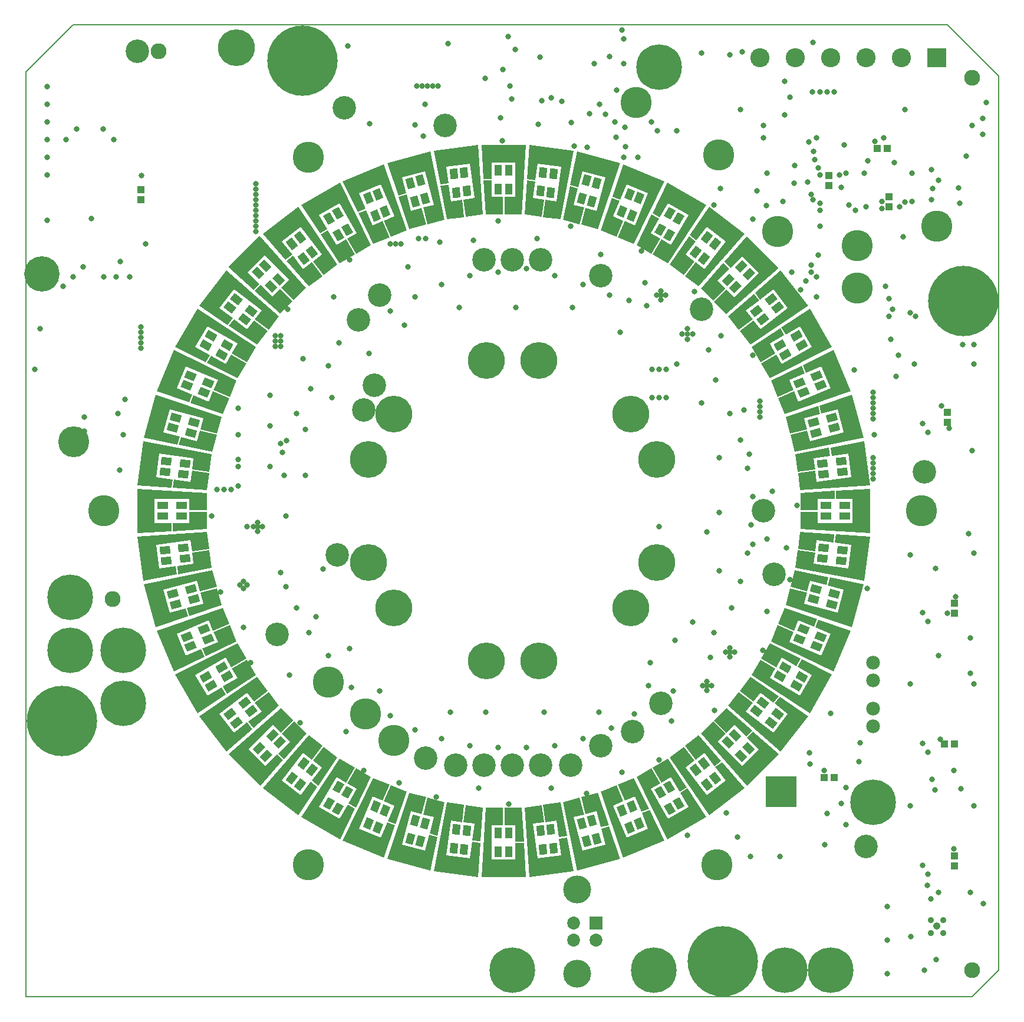
<source format=gbs>
%FSLAX23Y23*%
%MOIN*%
G70*
G01*
G75*
G04 Layer_Color=16711935*
%ADD10C,0.150*%
%ADD11R,0.050X0.055*%
%ADD12R,0.118X0.118*%
%ADD13R,0.010X0.041*%
%ADD14R,0.041X0.010*%
%ADD15R,0.094X0.071*%
%ADD16R,0.035X0.049*%
%ADD17R,0.055X0.022*%
%ADD18R,0.022X0.055*%
%ADD19R,0.049X0.035*%
%ADD20R,0.033X0.024*%
%ADD21R,0.047X0.024*%
%ADD22R,0.012X0.035*%
%ADD23R,0.025X0.050*%
%ADD24R,0.063X0.012*%
%ADD25R,0.012X0.063*%
%ADD26R,0.055X0.065*%
%ADD27R,0.055X0.050*%
%ADD28R,0.087X0.024*%
%ADD29R,0.065X0.055*%
%ADD30R,0.037X0.035*%
%ADD31R,0.089X0.024*%
%ADD32R,0.102X0.094*%
%ADD33R,0.100X0.100*%
%ADD34R,0.050X0.110*%
%ADD35C,0.050*%
%ADD36R,0.037X0.035*%
%ADD37R,0.087X0.024*%
%ADD38R,0.100X0.100*%
%ADD39R,0.217X0.079*%
%ADD40R,0.160X0.080*%
%ADD41R,0.450X0.450*%
%ADD42R,0.110X0.115*%
%ADD43R,0.410X0.425*%
%ADD44R,0.085X0.036*%
%ADD45R,0.217X0.280*%
%ADD46R,0.039X0.063*%
%ADD47R,0.059X0.051*%
%ADD48R,0.079X0.126*%
%ADD49R,0.079X0.126*%
%ADD50R,0.140X0.060*%
%ADD51R,0.330X0.420*%
%ADD52R,0.022X0.057*%
%ADD53R,0.022X0.057*%
%ADD54R,0.081X0.024*%
%ADD55R,0.039X0.069*%
%ADD56R,0.069X0.039*%
%ADD57R,0.012X0.063*%
%ADD58R,0.031X0.033*%
%ADD59R,0.033X0.031*%
%ADD60C,0.020*%
%ADD61C,0.010*%
%ADD62C,0.040*%
%ADD63C,0.035*%
%ADD64C,0.100*%
%ADD65C,0.075*%
%ADD66C,0.050*%
%ADD67C,0.025*%
%ADD68C,0.015*%
%ADD69C,0.016*%
%ADD70C,0.004*%
%ADD71C,0.008*%
%ADD72R,0.169X0.169*%
%ADD73C,0.200*%
%ADD74C,0.150*%
%ADD75C,0.125*%
%ADD76C,0.250*%
%ADD77C,0.169*%
%ADD78C,0.070*%
%ADD79C,0.100*%
%ADD80C,0.390*%
%ADD81C,0.065*%
%ADD82R,0.065X0.065*%
%ADD83C,0.150*%
%ADD84C,0.024*%
%ADD85C,0.028*%
%ADD86C,0.034*%
%ADD87C,0.025*%
%ADD88C,0.165*%
%ADD89C,0.290*%
%ADD90C,0.209*%
%ADD91C,0.085*%
%ADD92C,0.102*%
%ADD93C,0.430*%
%ADD94C,0.080*%
%ADD95C,0.131*%
%ADD96C,0.052*%
%ADD97C,0.055*%
%ADD98C,0.090*%
%ADD99C,0.068*%
%ADD100C,0.074*%
G04:AMPARAMS|DCode=101|XSize=43mil|YSize=59mil|CornerRadius=0mil|HoleSize=0mil|Usage=FLASHONLY|Rotation=240.000|XOffset=0mil|YOffset=0mil|HoleType=Round|Shape=Rectangle|*
%AMROTATEDRECTD101*
4,1,4,-0.015,0.034,0.036,0.004,0.015,-0.034,-0.036,-0.004,-0.015,0.034,0.0*
%
%ADD101ROTATEDRECTD101*%

G04:AMPARAMS|DCode=102|XSize=43mil|YSize=59mil|CornerRadius=0mil|HoleSize=0mil|Usage=FLASHONLY|Rotation=255.000|XOffset=0mil|YOffset=0mil|HoleType=Round|Shape=Rectangle|*
%AMROTATEDRECTD102*
4,1,4,-0.023,0.029,0.034,0.013,0.023,-0.029,-0.034,-0.013,-0.023,0.029,0.0*
%
%ADD102ROTATEDRECTD102*%

G04:AMPARAMS|DCode=103|XSize=43mil|YSize=59mil|CornerRadius=0mil|HoleSize=0mil|Usage=FLASHONLY|Rotation=210.000|XOffset=0mil|YOffset=0mil|HoleType=Round|Shape=Rectangle|*
%AMROTATEDRECTD103*
4,1,4,0.004,0.036,0.034,-0.015,-0.004,-0.036,-0.034,0.015,0.004,0.036,0.0*
%
%ADD103ROTATEDRECTD103*%

G04:AMPARAMS|DCode=104|XSize=43mil|YSize=59mil|CornerRadius=0mil|HoleSize=0mil|Usage=FLASHONLY|Rotation=225.000|XOffset=0mil|YOffset=0mil|HoleType=Round|Shape=Rectangle|*
%AMROTATEDRECTD104*
4,1,4,-0.006,0.036,0.036,-0.006,0.006,-0.036,-0.036,0.006,-0.006,0.036,0.0*
%
%ADD104ROTATEDRECTD104*%

%ADD105R,0.043X0.059*%
G04:AMPARAMS|DCode=106|XSize=43mil|YSize=59mil|CornerRadius=0mil|HoleSize=0mil|Usage=FLASHONLY|Rotation=195.000|XOffset=0mil|YOffset=0mil|HoleType=Round|Shape=Rectangle|*
%AMROTATEDRECTD106*
4,1,4,0.013,0.034,0.029,-0.023,-0.013,-0.034,-0.029,0.023,0.013,0.034,0.0*
%
%ADD106ROTATEDRECTD106*%

G04:AMPARAMS|DCode=107|XSize=43mil|YSize=59mil|CornerRadius=0mil|HoleSize=0mil|Usage=FLASHONLY|Rotation=150.000|XOffset=0mil|YOffset=0mil|HoleType=Round|Shape=Rectangle|*
%AMROTATEDRECTD107*
4,1,4,0.034,0.015,0.004,-0.036,-0.034,-0.015,-0.004,0.036,0.034,0.015,0.0*
%
%ADD107ROTATEDRECTD107*%

G04:AMPARAMS|DCode=108|XSize=43mil|YSize=59mil|CornerRadius=0mil|HoleSize=0mil|Usage=FLASHONLY|Rotation=165.000|XOffset=0mil|YOffset=0mil|HoleType=Round|Shape=Rectangle|*
%AMROTATEDRECTD108*
4,1,4,0.029,0.023,0.013,-0.034,-0.029,-0.023,-0.013,0.034,0.029,0.023,0.0*
%
%ADD108ROTATEDRECTD108*%

G04:AMPARAMS|DCode=109|XSize=43mil|YSize=59mil|CornerRadius=0mil|HoleSize=0mil|Usage=FLASHONLY|Rotation=120.000|XOffset=0mil|YOffset=0mil|HoleType=Round|Shape=Rectangle|*
%AMROTATEDRECTD109*
4,1,4,0.036,-0.004,-0.015,-0.034,-0.036,0.004,0.015,0.034,0.036,-0.004,0.0*
%
%ADD109ROTATEDRECTD109*%

G04:AMPARAMS|DCode=110|XSize=43mil|YSize=59mil|CornerRadius=0mil|HoleSize=0mil|Usage=FLASHONLY|Rotation=135.000|XOffset=0mil|YOffset=0mil|HoleType=Round|Shape=Rectangle|*
%AMROTATEDRECTD110*
4,1,4,0.036,0.006,-0.006,-0.036,-0.036,-0.006,0.006,0.036,0.036,0.006,0.0*
%
%ADD110ROTATEDRECTD110*%

%ADD111R,0.059X0.043*%
G04:AMPARAMS|DCode=112|XSize=43mil|YSize=59mil|CornerRadius=0mil|HoleSize=0mil|Usage=FLASHONLY|Rotation=105.000|XOffset=0mil|YOffset=0mil|HoleType=Round|Shape=Rectangle|*
%AMROTATEDRECTD112*
4,1,4,0.034,-0.013,-0.023,-0.029,-0.034,0.013,0.023,0.029,0.034,-0.013,0.0*
%
%ADD112ROTATEDRECTD112*%

G04:AMPARAMS|DCode=113|XSize=43mil|YSize=59mil|CornerRadius=0mil|HoleSize=0mil|Usage=FLASHONLY|Rotation=262.500|XOffset=0mil|YOffset=0mil|HoleType=Round|Shape=Rectangle|*
%AMROTATEDRECTD113*
4,1,4,-0.026,0.025,0.032,0.018,0.026,-0.025,-0.032,-0.018,-0.026,0.025,0.0*
%
%ADD113ROTATEDRECTD113*%

G04:AMPARAMS|DCode=114|XSize=43mil|YSize=59mil|CornerRadius=0mil|HoleSize=0mil|Usage=FLASHONLY|Rotation=247.500|XOffset=0mil|YOffset=0mil|HoleType=Round|Shape=Rectangle|*
%AMROTATEDRECTD114*
4,1,4,-0.019,0.031,0.036,0.009,0.019,-0.031,-0.036,-0.009,-0.019,0.031,0.0*
%
%ADD114ROTATEDRECTD114*%

G04:AMPARAMS|DCode=115|XSize=43mil|YSize=59mil|CornerRadius=0mil|HoleSize=0mil|Usage=FLASHONLY|Rotation=232.500|XOffset=0mil|YOffset=0mil|HoleType=Round|Shape=Rectangle|*
%AMROTATEDRECTD115*
4,1,4,-0.010,0.035,0.037,-0.001,0.010,-0.035,-0.037,0.001,-0.010,0.035,0.0*
%
%ADD115ROTATEDRECTD115*%

G04:AMPARAMS|DCode=116|XSize=43mil|YSize=59mil|CornerRadius=0mil|HoleSize=0mil|Usage=FLASHONLY|Rotation=217.500|XOffset=0mil|YOffset=0mil|HoleType=Round|Shape=Rectangle|*
%AMROTATEDRECTD116*
4,1,4,-0.001,0.037,0.035,-0.010,0.001,-0.037,-0.035,0.010,-0.001,0.037,0.0*
%
%ADD116ROTATEDRECTD116*%

G04:AMPARAMS|DCode=117|XSize=43mil|YSize=59mil|CornerRadius=0mil|HoleSize=0mil|Usage=FLASHONLY|Rotation=202.500|XOffset=0mil|YOffset=0mil|HoleType=Round|Shape=Rectangle|*
%AMROTATEDRECTD117*
4,1,4,0.009,0.036,0.031,-0.019,-0.009,-0.036,-0.031,0.019,0.009,0.036,0.0*
%
%ADD117ROTATEDRECTD117*%

G04:AMPARAMS|DCode=118|XSize=43mil|YSize=59mil|CornerRadius=0mil|HoleSize=0mil|Usage=FLASHONLY|Rotation=187.500|XOffset=0mil|YOffset=0mil|HoleType=Round|Shape=Rectangle|*
%AMROTATEDRECTD118*
4,1,4,0.018,0.032,0.025,-0.026,-0.018,-0.032,-0.025,0.026,0.018,0.032,0.0*
%
%ADD118ROTATEDRECTD118*%

G04:AMPARAMS|DCode=119|XSize=43mil|YSize=59mil|CornerRadius=0mil|HoleSize=0mil|Usage=FLASHONLY|Rotation=172.500|XOffset=0mil|YOffset=0mil|HoleType=Round|Shape=Rectangle|*
%AMROTATEDRECTD119*
4,1,4,0.025,0.026,0.018,-0.032,-0.025,-0.026,-0.018,0.032,0.025,0.026,0.0*
%
%ADD119ROTATEDRECTD119*%

G04:AMPARAMS|DCode=120|XSize=43mil|YSize=59mil|CornerRadius=0mil|HoleSize=0mil|Usage=FLASHONLY|Rotation=157.500|XOffset=0mil|YOffset=0mil|HoleType=Round|Shape=Rectangle|*
%AMROTATEDRECTD120*
4,1,4,0.031,0.019,0.009,-0.036,-0.031,-0.019,-0.009,0.036,0.031,0.019,0.0*
%
%ADD120ROTATEDRECTD120*%

G04:AMPARAMS|DCode=121|XSize=43mil|YSize=59mil|CornerRadius=0mil|HoleSize=0mil|Usage=FLASHONLY|Rotation=142.500|XOffset=0mil|YOffset=0mil|HoleType=Round|Shape=Rectangle|*
%AMROTATEDRECTD121*
4,1,4,0.035,0.010,-0.001,-0.037,-0.035,-0.010,0.001,0.037,0.035,0.010,0.0*
%
%ADD121ROTATEDRECTD121*%

G04:AMPARAMS|DCode=122|XSize=43mil|YSize=59mil|CornerRadius=0mil|HoleSize=0mil|Usage=FLASHONLY|Rotation=127.500|XOffset=0mil|YOffset=0mil|HoleType=Round|Shape=Rectangle|*
%AMROTATEDRECTD122*
4,1,4,0.037,0.001,-0.010,-0.035,-0.037,-0.001,0.010,0.035,0.037,0.001,0.0*
%
%ADD122ROTATEDRECTD122*%

G04:AMPARAMS|DCode=123|XSize=43mil|YSize=59mil|CornerRadius=0mil|HoleSize=0mil|Usage=FLASHONLY|Rotation=112.500|XOffset=0mil|YOffset=0mil|HoleType=Round|Shape=Rectangle|*
%AMROTATEDRECTD123*
4,1,4,0.036,-0.009,-0.019,-0.031,-0.036,0.009,0.019,0.031,0.036,-0.009,0.0*
%
%ADD123ROTATEDRECTD123*%

G04:AMPARAMS|DCode=124|XSize=43mil|YSize=59mil|CornerRadius=0mil|HoleSize=0mil|Usage=FLASHONLY|Rotation=97.500|XOffset=0mil|YOffset=0mil|HoleType=Round|Shape=Rectangle|*
%AMROTATEDRECTD124*
4,1,4,0.032,-0.018,-0.026,-0.025,-0.032,0.018,0.026,0.025,0.032,-0.018,0.0*
%
%ADD124ROTATEDRECTD124*%

%ADD125C,0.006*%
%ADD126C,0.010*%
%ADD127C,0.005*%
%ADD128C,0.008*%
%ADD129C,0.002*%
%ADD130C,0.008*%
%ADD131C,0.006*%
%ADD132R,0.058X0.063*%
%ADD133R,0.126X0.126*%
%ADD134R,0.018X0.049*%
%ADD135R,0.049X0.018*%
%ADD136R,0.102X0.079*%
%ADD137R,0.043X0.057*%
%ADD138R,0.063X0.030*%
%ADD139R,0.030X0.063*%
%ADD140R,0.057X0.043*%
%ADD141R,0.041X0.032*%
%ADD142R,0.055X0.032*%
%ADD143R,0.020X0.043*%
%ADD144R,0.033X0.058*%
%ADD145R,0.071X0.020*%
%ADD146R,0.020X0.071*%
%ADD147R,0.063X0.073*%
%ADD148R,0.063X0.058*%
%ADD149R,0.095X0.032*%
%ADD150R,0.073X0.063*%
%ADD151R,0.045X0.043*%
%ADD152R,0.097X0.032*%
%ADD153R,0.110X0.102*%
%ADD154R,0.108X0.108*%
%ADD155R,0.058X0.118*%
%ADD156R,0.045X0.043*%
%ADD157R,0.095X0.032*%
%ADD158R,0.108X0.108*%
%ADD159R,0.225X0.087*%
%ADD160R,0.168X0.088*%
%ADD161R,0.458X0.458*%
%ADD162R,0.118X0.123*%
%ADD163R,0.418X0.433*%
%ADD164R,0.093X0.044*%
%ADD165R,0.225X0.288*%
%ADD166R,0.047X0.071*%
%ADD167R,0.067X0.059*%
%ADD168R,0.087X0.134*%
%ADD169R,0.087X0.134*%
%ADD170R,0.148X0.068*%
%ADD171R,0.338X0.428*%
%ADD172R,0.030X0.065*%
%ADD173R,0.030X0.065*%
%ADD174R,0.089X0.032*%
%ADD175R,0.047X0.077*%
%ADD176R,0.077X0.047*%
%ADD177R,0.020X0.071*%
%ADD178R,0.039X0.041*%
%ADD179R,0.041X0.039*%
%ADD180R,0.177X0.177*%
%ADD181C,0.208*%
%ADD182C,0.175*%
%ADD183C,0.258*%
%ADD184C,0.133*%
%ADD185C,0.177*%
%ADD186C,0.078*%
%ADD187C,0.108*%
%ADD188C,0.398*%
%ADD189C,0.073*%
%ADD190R,0.073X0.073*%
%ADD191C,0.158*%
%ADD192C,0.058*%
%ADD193C,0.032*%
%ADD194C,0.036*%
%ADD195C,0.042*%
%ADD196C,0.033*%
G36*
X-1505Y-835D02*
X-1591Y-884D01*
X-1622Y-830D01*
X-1793Y-928D01*
X-1726Y-1044D01*
X-1644Y-997D01*
X-1620Y-1038D01*
X-1781Y-1145D01*
X-1907Y-926D01*
X-1555Y-750D01*
X-1505Y-835D01*
D02*
G37*
G36*
X-1452Y-927D02*
X-1614Y-1034D01*
X-1637Y-993D01*
X-1555Y-946D01*
X-1587Y-891D01*
X-1502Y-842D01*
X-1452Y-927D01*
D02*
G37*
G36*
X1807Y-926D02*
X1681Y-1145D01*
X1352Y-927D01*
X1402Y-842D01*
X1487Y-891D01*
X1455Y-946D01*
X1626Y-1044D01*
X1693Y-928D01*
X1611Y-881D01*
X1634Y-840D01*
X1807Y-926D01*
D02*
G37*
G36*
X1912Y-677D02*
X1816Y-910D01*
X1461Y-737D01*
X1499Y-646D01*
X1590Y-684D01*
X1565Y-742D01*
X1747Y-817D01*
X1799Y-694D01*
X1711Y-658D01*
X1729Y-614D01*
X1912Y-677D01*
D02*
G37*
G36*
X-1561Y-737D02*
X-1735Y-822D01*
X-1753Y-778D01*
X-1665Y-742D01*
X-1690Y-684D01*
X-1599Y-646D01*
X-1561Y-737D01*
D02*
G37*
G36*
X1628Y-836D02*
X1604Y-877D01*
X1522Y-830D01*
X1491Y-884D01*
X1405Y-835D01*
X1455Y-750D01*
X1628Y-836D01*
D02*
G37*
G36*
X-1240Y-1184D02*
X-1309Y-1254D01*
X-1354Y-1209D01*
X-1493Y-1348D01*
X-1398Y-1443D01*
X-1331Y-1376D01*
X-1298Y-1410D01*
X-1426Y-1554D01*
X-1604Y-1376D01*
X-1309Y-1114D01*
X-1240Y-1184D01*
D02*
G37*
G36*
X1354Y-1242D02*
X1321Y-1276D01*
X1254Y-1209D01*
X1209Y-1254D01*
X1140Y-1184D01*
X1209Y-1114D01*
X1354Y-1242D01*
D02*
G37*
G36*
X1358Y-1084D02*
X1319Y-1134D01*
X1475Y-1254D01*
X1557Y-1148D01*
X1482Y-1090D01*
X1511Y-1053D01*
X1671Y-1161D01*
X1517Y-1361D01*
X1220Y-1102D01*
X1279Y-1024D01*
X1358Y-1084D01*
D02*
G37*
G36*
X-1384Y-1018D02*
X-1462Y-1078D01*
X-1501Y-1028D01*
X-1657Y-1148D01*
X-1575Y-1254D01*
X-1500Y-1196D01*
X-1472Y-1234D01*
X-1617Y-1361D01*
X-1771Y-1161D01*
X-1444Y-940D01*
X-1384Y-1018D01*
D02*
G37*
G36*
X1504Y-1048D02*
X1476Y-1086D01*
X1401Y-1028D01*
X1362Y-1078D01*
X1284Y-1018D01*
X1344Y-940D01*
X1504Y-1048D01*
D02*
G37*
G36*
X-1320Y-1102D02*
X-1465Y-1229D01*
X-1494Y-1192D01*
X-1419Y-1134D01*
X-1458Y-1084D01*
X-1379Y-1024D01*
X-1320Y-1102D01*
D02*
G37*
G36*
X-1714Y-215D02*
X-1812Y-228D01*
X-1820Y-166D01*
X-2015Y-191D01*
X-1998Y-324D01*
X-1904Y-312D01*
X-1898Y-359D01*
X-2088Y-396D01*
X-2121Y-146D01*
X-1727Y-118D01*
X-1714Y-215D01*
D02*
G37*
G36*
X2021Y-146D02*
X1988Y-396D01*
X1600Y-321D01*
X1613Y-223D01*
X1711Y-236D01*
X1703Y-299D01*
X1898Y-324D01*
X1915Y-191D01*
X1822Y-179D01*
X1828Y-132D01*
X2021Y-146D01*
D02*
G37*
G36*
X-1700Y-321D02*
X-1890Y-358D01*
X-1896Y-311D01*
X-1803Y-299D01*
X-1811Y-236D01*
X-1713Y-223D01*
X-1700Y-321D01*
D02*
G37*
G36*
X2022Y-126D02*
X1628Y-102D01*
Y-4D01*
X1727D01*
Y-67D01*
X1923D01*
Y67D01*
X1829D01*
Y114D01*
X2022Y126D01*
Y-126D01*
D02*
G37*
G36*
X-1728Y-102D02*
X-1921Y-114D01*
Y-67D01*
X-1827D01*
Y-4D01*
X-1728D01*
Y-102D01*
D02*
G37*
G36*
X1820Y-131D02*
X1814Y-178D01*
X1720Y-166D01*
X1712Y-228D01*
X1614Y-215D01*
X1627Y-118D01*
X1820Y-131D01*
D02*
G37*
G36*
X-1644Y-533D02*
X-1828Y-594D01*
X-1840Y-549D01*
X-1749Y-524D01*
X-1765Y-463D01*
X-1670Y-438D01*
X-1644Y-533D01*
D02*
G37*
G36*
X1722Y-611D02*
X1704Y-655D01*
X1617Y-618D01*
X1593Y-677D01*
X1502Y-639D01*
X1539Y-548D01*
X1722Y-611D01*
D02*
G37*
G36*
X-1602Y-639D02*
X-1693Y-677D01*
X-1717Y-618D01*
X-1899Y-694D01*
X-1847Y-817D01*
X-1760Y-781D01*
X-1742Y-825D01*
X-1916Y-910D01*
X-2012Y-677D01*
X-1639Y-548D01*
X-1602Y-639D01*
D02*
G37*
G36*
X1787Y-374D02*
X1775Y-419D01*
X1683Y-395D01*
X1667Y-456D01*
X1572Y-430D01*
X1597Y-335D01*
X1787Y-374D01*
D02*
G37*
G36*
X-1672Y-430D02*
X-1767Y-456D01*
X-1783Y-395D01*
X-1973Y-446D01*
X-1939Y-575D01*
X-1847Y-551D01*
X-1835Y-596D01*
X-2019Y-658D01*
X-2084Y-414D01*
X-1697Y-335D01*
X-1672Y-430D01*
D02*
G37*
G36*
X1984Y-414D02*
X1919Y-658D01*
X1544Y-533D01*
X1570Y-438D01*
X1665Y-463D01*
X1649Y-524D01*
X1839Y-575D01*
X1873Y-446D01*
X1782Y-421D01*
X1794Y-376D01*
X1984Y-414D01*
D02*
G37*
G36*
X-385Y-1647D02*
X-424Y-1837D01*
X-469Y-1825D01*
X-445Y-1733D01*
X-506Y-1717D01*
X-480Y-1622D01*
X-385Y-1647D01*
D02*
G37*
G36*
X308Y-1840D02*
X261Y-1846D01*
X249Y-1753D01*
X186Y-1761D01*
X173Y-1663D01*
X271Y-1650D01*
X308Y-1840D01*
D02*
G37*
G36*
X835Y-1541D02*
X781Y-1572D01*
X879Y-1743D01*
X995Y-1676D01*
X948Y-1594D01*
X989Y-1570D01*
X1096Y-1731D01*
X877Y-1857D01*
X701Y-1505D01*
X786Y-1455D01*
X835Y-1541D01*
D02*
G37*
G36*
X-273Y-1663D02*
X-286Y-1761D01*
X-349Y-1753D01*
X-374Y-1948D01*
X-241Y-1965D01*
X-229Y-1872D01*
X-182Y-1878D01*
X-196Y-2071D01*
X-446Y-2038D01*
X-371Y-1650D01*
X-273Y-1663D01*
D02*
G37*
G36*
X-598Y-1589D02*
X-661Y-1772D01*
X-705Y-1754D01*
X-669Y-1667D01*
X-727Y-1643D01*
X-689Y-1552D01*
X-598Y-1589D01*
D02*
G37*
G36*
X544Y-1778D02*
X499Y-1790D01*
X474Y-1699D01*
X413Y-1715D01*
X388Y-1620D01*
X483Y-1594D01*
X544Y-1778D01*
D02*
G37*
G36*
X406Y-1717D02*
X345Y-1733D01*
X396Y-1923D01*
X525Y-1889D01*
X501Y-1797D01*
X546Y-1785D01*
X608Y-1969D01*
X364Y-2034D01*
X285Y-1647D01*
X380Y-1622D01*
X406Y-1717D01*
D02*
G37*
G36*
X178Y-1762D02*
X116Y-1770D01*
X141Y-1965D01*
X274Y-1948D01*
X262Y-1854D01*
X309Y-1848D01*
X346Y-2038D01*
X96Y-2071D01*
X68Y-1677D01*
X165Y-1664D01*
X178Y-1762D01*
D02*
G37*
G36*
X-54Y-1777D02*
X-117D01*
Y-1973D01*
X17D01*
Y-1879D01*
X64D01*
X76Y-2072D01*
X-176D01*
X-152Y-1678D01*
X-54D01*
Y-1777D01*
D02*
G37*
G36*
X-168Y-1677D02*
X-181Y-1870D01*
X-228Y-1864D01*
X-216Y-1770D01*
X-278Y-1762D01*
X-265Y-1664D01*
X-168Y-1677D01*
D02*
G37*
G36*
X64Y-1871D02*
X17D01*
Y-1777D01*
X-46D01*
Y-1678D01*
X52D01*
X64Y-1871D01*
D02*
G37*
G36*
X627Y-1643D02*
X568Y-1667D01*
X644Y-1849D01*
X767Y-1797D01*
X731Y-1710D01*
X775Y-1692D01*
X860Y-1866D01*
X627Y-1962D01*
X498Y-1589D01*
X589Y-1552D01*
X627Y-1643D01*
D02*
G37*
G36*
X-892Y-1452D02*
X-941Y-1537D01*
X-996Y-1505D01*
X-1094Y-1676D01*
X-978Y-1743D01*
X-931Y-1661D01*
X-890Y-1684D01*
X-976Y-1857D01*
X-1195Y-1731D01*
X-977Y-1402D01*
X-892Y-1452D01*
D02*
G37*
G36*
X1204Y-1259D02*
X1159Y-1304D01*
X1298Y-1443D01*
X1393Y-1348D01*
X1326Y-1281D01*
X1360Y-1248D01*
X1504Y-1376D01*
X1326Y-1554D01*
X1064Y-1259D01*
X1134Y-1190D01*
X1204Y-1259D01*
D02*
G37*
G36*
X-990Y-1394D02*
X-1098Y-1554D01*
X-1136Y-1526D01*
X-1078Y-1451D01*
X-1128Y-1412D01*
X-1068Y-1334D01*
X-990Y-1394D01*
D02*
G37*
G36*
X-1164Y-1259D02*
X-1292Y-1404D01*
X-1326Y-1371D01*
X-1259Y-1304D01*
X-1304Y-1259D01*
X-1234Y-1190D01*
X-1164Y-1259D01*
D02*
G37*
G36*
X-1074Y-1329D02*
X-1134Y-1408D01*
X-1184Y-1369D01*
X-1304Y-1525D01*
X-1198Y-1607D01*
X-1140Y-1532D01*
X-1103Y-1561D01*
X-1211Y-1721D01*
X-1411Y-1567D01*
X-1152Y-1270D01*
X-1074Y-1329D01*
D02*
G37*
G36*
X1179Y-1415D02*
X1142Y-1444D01*
X1084Y-1369D01*
X1034Y-1408D01*
X974Y-1329D01*
X1052Y-1270D01*
X1179Y-1415D01*
D02*
G37*
G36*
X772Y-1685D02*
X728Y-1703D01*
X692Y-1615D01*
X634Y-1640D01*
X596Y-1549D01*
X687Y-1511D01*
X772Y-1685D01*
D02*
G37*
G36*
X-488Y-1620D02*
X-513Y-1715D01*
X-574Y-1699D01*
X-625Y-1889D01*
X-496Y-1923D01*
X-471Y-1832D01*
X-426Y-1844D01*
X-464Y-2034D01*
X-708Y-1969D01*
X-583Y-1594D01*
X-488Y-1620D01*
D02*
G37*
G36*
X1028Y-1412D02*
X978Y-1451D01*
X1098Y-1607D01*
X1204Y-1525D01*
X1146Y-1450D01*
X1184Y-1422D01*
X1311Y-1567D01*
X1111Y-1721D01*
X890Y-1394D01*
X968Y-1334D01*
X1028Y-1412D01*
D02*
G37*
G36*
X985Y-1564D02*
X944Y-1587D01*
X897Y-1505D01*
X842Y-1537D01*
X793Y-1452D01*
X878Y-1402D01*
X985Y-1564D01*
D02*
G37*
G36*
X-696Y-1549D02*
X-734Y-1640D01*
X-792Y-1615D01*
X-868Y-1797D01*
X-744Y-1849D01*
X-708Y-1761D01*
X-664Y-1779D01*
X-727Y-1962D01*
X-960Y-1866D01*
X-787Y-1511D01*
X-696Y-1549D01*
D02*
G37*
G36*
X-800Y-1505D02*
X-886Y-1678D01*
X-927Y-1654D01*
X-880Y-1572D01*
X-934Y-1541D01*
X-885Y-1455D01*
X-800Y-1505D01*
D02*
G37*
G36*
X828Y1654D02*
X781Y1572D01*
X835Y1541D01*
X786Y1455D01*
X701Y1505D01*
X787Y1678D01*
X828Y1654D01*
D02*
G37*
G36*
X-800Y1505D02*
X-885Y1455D01*
X-934Y1541D01*
X-880Y1572D01*
X-978Y1743D01*
X-1094Y1676D01*
X-1047Y1594D01*
X-1088Y1570D01*
X-1195Y1731D01*
X-976Y1857D01*
X-800Y1505D01*
D02*
G37*
G36*
X-996Y1505D02*
X-941Y1537D01*
X-892Y1452D01*
X-977Y1402D01*
X-1084Y1564D01*
X-1043Y1587D01*
X-996Y1505D01*
D02*
G37*
G36*
X-598Y1589D02*
X-689Y1552D01*
X-727Y1643D01*
X-669Y1667D01*
X-744Y1849D01*
X-868Y1797D01*
X-831Y1710D01*
X-875Y1692D01*
X-960Y1866D01*
X-727Y1962D01*
X-598Y1589D01*
D02*
G37*
G36*
X-792Y1615D02*
X-734Y1640D01*
X-696Y1549D01*
X-787Y1511D01*
X-872Y1685D01*
X-828Y1703D01*
X-792Y1615D01*
D02*
G37*
G36*
X1096Y1731D02*
X878Y1402D01*
X793Y1452D01*
X842Y1537D01*
X897Y1505D01*
X995Y1676D01*
X879Y1743D01*
X832Y1661D01*
X791Y1684D01*
X877Y1857D01*
X1096Y1731D01*
D02*
G37*
G36*
X-1184Y1369D02*
X-1134Y1408D01*
X-1074Y1329D01*
X-1152Y1270D01*
X-1279Y1415D01*
X-1242Y1444D01*
X-1184Y1369D01*
D02*
G37*
G36*
X1504Y1376D02*
X1209Y1114D01*
X1140Y1184D01*
X1209Y1254D01*
X1254Y1209D01*
X1393Y1348D01*
X1298Y1443D01*
X1231Y1376D01*
X1198Y1410D01*
X1326Y1554D01*
X1504Y1376D01*
D02*
G37*
G36*
X-1168Y1263D02*
X-1238Y1194D01*
X-1308Y1263D01*
X-1263Y1308D01*
X-1402Y1447D01*
X-1497Y1352D01*
X-1430Y1285D01*
X-1464Y1252D01*
X-1608Y1380D01*
X-1430Y1558D01*
X-1168Y1263D01*
D02*
G37*
G36*
X1311Y1567D02*
X1052Y1270D01*
X974Y1329D01*
X1034Y1408D01*
X1084Y1369D01*
X1204Y1525D01*
X1098Y1607D01*
X1040Y1532D01*
X1003Y1561D01*
X1111Y1721D01*
X1311Y1567D01*
D02*
G37*
G36*
X1036Y1526D02*
X978Y1451D01*
X1028Y1412D01*
X968Y1334D01*
X890Y1394D01*
X998Y1554D01*
X1036Y1526D01*
D02*
G37*
G36*
X-990Y1394D02*
X-1068Y1334D01*
X-1128Y1412D01*
X-1078Y1451D01*
X-1198Y1607D01*
X-1304Y1525D01*
X-1246Y1450D01*
X-1284Y1422D01*
X-1411Y1567D01*
X-1211Y1721D01*
X-990Y1394D01*
D02*
G37*
G36*
X-117Y1777D02*
X-54D01*
Y1678D01*
X-152D01*
X-164Y1871D01*
X-117D01*
Y1777D01*
D02*
G37*
G36*
X128Y1864D02*
X116Y1770D01*
X178Y1762D01*
X165Y1664D01*
X68Y1677D01*
X81Y1870D01*
X128Y1864D01*
D02*
G37*
G36*
X-168Y1677D02*
X-265Y1664D01*
X-278Y1762D01*
X-216Y1770D01*
X-241Y1965D01*
X-374Y1948D01*
X-362Y1854D01*
X-409Y1848D01*
X-446Y2038D01*
X-196Y2071D01*
X-168Y1677D01*
D02*
G37*
G36*
X346Y2038D02*
X271Y1650D01*
X173Y1663D01*
X186Y1761D01*
X249Y1753D01*
X274Y1948D01*
X141Y1965D01*
X129Y1872D01*
X82Y1878D01*
X96Y2071D01*
X346Y2038D01*
D02*
G37*
G36*
X608Y1969D02*
X483Y1594D01*
X388Y1620D01*
X413Y1715D01*
X474Y1699D01*
X525Y1889D01*
X396Y1923D01*
X371Y1832D01*
X326Y1844D01*
X364Y2034D01*
X608Y1969D01*
D02*
G37*
G36*
X52Y1678D02*
X-46D01*
Y1777D01*
X17D01*
Y1973D01*
X-117D01*
Y1879D01*
X-164D01*
X-176Y2072D01*
X76D01*
X52Y1678D01*
D02*
G37*
G36*
X860Y1866D02*
X687Y1511D01*
X596Y1549D01*
X634Y1640D01*
X692Y1615D01*
X767Y1797D01*
X644Y1849D01*
X608Y1761D01*
X564Y1779D01*
X627Y1962D01*
X860Y1866D01*
D02*
G37*
G36*
X-574Y1699D02*
X-513Y1715D01*
X-488Y1620D01*
X-583Y1594D01*
X-644Y1778D01*
X-599Y1790D01*
X-574Y1699D01*
D02*
G37*
G36*
X605Y1754D02*
X568Y1667D01*
X627Y1643D01*
X589Y1552D01*
X498Y1589D01*
X561Y1772D01*
X605Y1754D01*
D02*
G37*
G36*
X-349Y1753D02*
X-286Y1761D01*
X-273Y1663D01*
X-371Y1650D01*
X-408Y1840D01*
X-361Y1846D01*
X-349Y1753D01*
D02*
G37*
G36*
X369Y1825D02*
X345Y1733D01*
X406Y1717D01*
X380Y1622D01*
X285Y1647D01*
X324Y1837D01*
X369Y1825D01*
D02*
G37*
G36*
X-385Y1647D02*
X-480Y1622D01*
X-506Y1717D01*
X-445Y1733D01*
X-496Y1923D01*
X-625Y1889D01*
X-601Y1797D01*
X-646Y1785D01*
X-708Y1969D01*
X-464Y2034D01*
X-385Y1647D01*
D02*
G37*
G36*
X-1644Y533D02*
X-1670Y438D01*
X-1765Y463D01*
X-1749Y524D01*
X-1939Y575D01*
X-1973Y446D01*
X-1882Y421D01*
X-1894Y376D01*
X-2084Y414D01*
X-2019Y658D01*
X-1644Y533D01*
D02*
G37*
G36*
X1984Y414D02*
X1597Y335D01*
X1572Y430D01*
X1667Y456D01*
X1683Y395D01*
X1873Y446D01*
X1839Y575D01*
X1747Y551D01*
X1735Y596D01*
X1919Y658D01*
X1984Y414D01*
D02*
G37*
G36*
X-1672Y430D02*
X-1697Y335D01*
X-1887Y374D01*
X-1875Y419D01*
X-1783Y395D01*
X-1767Y456D01*
X-1672Y430D01*
D02*
G37*
G36*
X1912Y677D02*
X1539Y548D01*
X1502Y639D01*
X1593Y677D01*
X1617Y618D01*
X1799Y694D01*
X1747Y817D01*
X1660Y781D01*
X1642Y825D01*
X1816Y910D01*
X1912Y677D01*
D02*
G37*
G36*
X-1602Y639D02*
X-1639Y548D01*
X-1822Y611D01*
X-1804Y655D01*
X-1717Y618D01*
X-1693Y677D01*
X-1602Y639D01*
D02*
G37*
G36*
X1740Y549D02*
X1649Y524D01*
X1665Y463D01*
X1570Y438D01*
X1544Y533D01*
X1728Y594D01*
X1740Y549D01*
D02*
G37*
G36*
X-1714Y215D02*
X-1727Y118D01*
X-1920Y131D01*
X-1914Y178D01*
X-1820Y166D01*
X-1812Y228D01*
X-1714Y215D01*
D02*
G37*
G36*
X1821Y67D02*
X1727D01*
Y4D01*
X1628D01*
Y102D01*
X1821Y114D01*
Y67D01*
D02*
G37*
G36*
X-1728Y102D02*
Y4D01*
X-1827D01*
Y67D01*
X-2023D01*
Y-67D01*
X-1929D01*
Y-114D01*
X-2122Y-126D01*
Y126D01*
X-1728Y102D01*
D02*
G37*
G36*
X1796Y311D02*
X1703Y299D01*
X1711Y236D01*
X1613Y223D01*
X1600Y321D01*
X1790Y358D01*
X1796Y311D01*
D02*
G37*
G36*
X-1700Y321D02*
X-1713Y223D01*
X-1811Y236D01*
X-1803Y299D01*
X-1998Y324D01*
X-2015Y191D01*
X-1922Y179D01*
X-1928Y132D01*
X-2121Y146D01*
X-2088Y396D01*
X-1700Y321D01*
D02*
G37*
G36*
X2021Y146D02*
X1627Y118D01*
X1614Y215D01*
X1712Y228D01*
X1720Y166D01*
X1915Y191D01*
X1898Y324D01*
X1804Y312D01*
X1798Y359D01*
X1988Y396D01*
X2021Y146D01*
D02*
G37*
G36*
X1394Y1192D02*
X1319Y1134D01*
X1358Y1084D01*
X1279Y1024D01*
X1220Y1102D01*
X1365Y1229D01*
X1394Y1192D01*
D02*
G37*
G36*
X-1320Y1102D02*
X-1379Y1024D01*
X-1458Y1084D01*
X-1419Y1134D01*
X-1575Y1254D01*
X-1657Y1148D01*
X-1582Y1090D01*
X-1611Y1053D01*
X-1771Y1161D01*
X-1617Y1361D01*
X-1320Y1102D01*
D02*
G37*
G36*
X-1501Y1028D02*
X-1462Y1078D01*
X-1384Y1018D01*
X-1444Y940D01*
X-1604Y1048D01*
X-1576Y1086D01*
X-1501Y1028D01*
D02*
G37*
G36*
X1226Y1371D02*
X1159Y1304D01*
X1204Y1259D01*
X1134Y1190D01*
X1064Y1259D01*
X1192Y1404D01*
X1226Y1371D01*
D02*
G37*
G36*
X-1358Y1213D02*
X-1313Y1258D01*
X-1244Y1188D01*
X-1313Y1118D01*
X-1458Y1246D01*
X-1425Y1280D01*
X-1358Y1213D01*
D02*
G37*
G36*
X1671Y1161D02*
X1344Y940D01*
X1284Y1018D01*
X1362Y1078D01*
X1401Y1028D01*
X1557Y1148D01*
X1475Y1254D01*
X1400Y1196D01*
X1372Y1234D01*
X1517Y1361D01*
X1671Y1161D01*
D02*
G37*
G36*
X-1505Y836D02*
X-1555Y751D01*
X-1728Y837D01*
X-1704Y878D01*
X-1622Y831D01*
X-1591Y885D01*
X-1505Y836D01*
D02*
G37*
G36*
X1653Y778D02*
X1565Y742D01*
X1590Y684D01*
X1499Y646D01*
X1461Y737D01*
X1635Y822D01*
X1653Y778D01*
D02*
G37*
G36*
X-1561Y737D02*
X-1599Y646D01*
X-1690Y684D01*
X-1665Y742D01*
X-1847Y817D01*
X-1899Y694D01*
X-1811Y658D01*
X-1829Y614D01*
X-2012Y677D01*
X-1916Y910D01*
X-1561Y737D01*
D02*
G37*
G36*
X1537Y994D02*
X1455Y947D01*
X1487Y892D01*
X1402Y843D01*
X1352Y928D01*
X1514Y1035D01*
X1537Y994D01*
D02*
G37*
G36*
X-1452Y928D02*
X-1502Y843D01*
X-1587Y892D01*
X-1555Y947D01*
X-1726Y1045D01*
X-1793Y929D01*
X-1711Y882D01*
X-1734Y841D01*
X-1907Y927D01*
X-1781Y1146D01*
X-1452Y928D01*
D02*
G37*
G36*
X1807Y927D02*
X1455Y751D01*
X1405Y836D01*
X1491Y885D01*
X1522Y831D01*
X1693Y929D01*
X1626Y1045D01*
X1544Y998D01*
X1520Y1039D01*
X1681Y1146D01*
X1807Y927D01*
D02*
G37*
D70*
X702Y-1880D02*
X718D01*
X710Y-1888D02*
Y-1872D01*
D71*
X-2750Y-2750D02*
Y2485D01*
X-2485Y2750D02*
X2460D01*
X2750Y-2600D02*
Y2460D01*
X-2750Y-2750D02*
X2600D01*
X-2750Y2485D02*
X-2485Y2750D01*
X2460D02*
X2750Y2460D01*
X2600Y-2750D02*
X2750Y-2600D01*
D73*
X-2660Y1340D02*
D03*
D98*
X-2000Y2600D02*
D03*
X-2260Y-500D02*
D03*
X2600Y2450D02*
D03*
Y-2600D02*
D03*
D101*
X1635Y-938D02*
D03*
X1605Y-989D02*
D03*
X1513Y-936D02*
D03*
X1543Y-885D02*
D03*
X-1735Y939D02*
D03*
X-1705Y990D02*
D03*
X-1613Y937D02*
D03*
X-1643Y886D02*
D03*
D102*
X1717Y-443D02*
D03*
X1702Y-500D02*
D03*
X1805Y-527D02*
D03*
X1820Y-470D02*
D03*
X-1817Y443D02*
D03*
X-1802Y500D02*
D03*
X-1905Y527D02*
D03*
X-1920Y470D02*
D03*
D103*
X940Y-1655D02*
D03*
X889Y-1685D02*
D03*
X836Y-1593D02*
D03*
X887Y-1563D02*
D03*
X-1039Y1655D02*
D03*
X-988Y1685D02*
D03*
X-935Y1593D02*
D03*
X-986Y1563D02*
D03*
D104*
X1218Y-1309D02*
D03*
X1334Y-1343D02*
D03*
X-1363Y1272D02*
D03*
X-1322Y1313D02*
D03*
X-1397Y1388D02*
D03*
X-1438Y1347D02*
D03*
X1259Y-1268D02*
D03*
X1293Y-1384D02*
D03*
D105*
X-20Y-1928D02*
D03*
X-80D02*
D03*
Y-1822D02*
D03*
X-20D02*
D03*
X-80Y1928D02*
D03*
X-20D02*
D03*
Y1822D02*
D03*
X-80D02*
D03*
D106*
X450Y-1752D02*
D03*
X393Y-1767D02*
D03*
X420Y-1870D02*
D03*
X477Y-1855D02*
D03*
X-550Y1752D02*
D03*
X-493Y1767D02*
D03*
X-520Y1870D02*
D03*
X-577Y1855D02*
D03*
D107*
X-988Y-1685D02*
D03*
X-1039Y-1655D02*
D03*
X-986Y-1563D02*
D03*
X-935Y-1593D02*
D03*
X889Y1685D02*
D03*
X940Y1655D02*
D03*
X887Y1563D02*
D03*
X836Y1593D02*
D03*
D108*
X-493Y-1767D02*
D03*
X-550Y-1752D02*
D03*
X-577Y-1855D02*
D03*
X-520Y-1870D02*
D03*
X393Y1767D02*
D03*
X450Y1752D02*
D03*
X477Y1855D02*
D03*
X420Y1870D02*
D03*
D109*
X-1705Y-989D02*
D03*
X-1735Y-938D02*
D03*
X-1643Y-885D02*
D03*
X-1613Y-936D02*
D03*
X1605Y990D02*
D03*
X1635Y939D02*
D03*
X1543Y886D02*
D03*
X1513Y937D02*
D03*
D110*
X-1318Y-1309D02*
D03*
X-1359Y-1268D02*
D03*
X-1434Y-1343D02*
D03*
X-1393Y-1384D02*
D03*
X1218Y1309D02*
D03*
X1259Y1268D02*
D03*
X1334Y1343D02*
D03*
X1293Y1384D02*
D03*
D111*
X-1978Y-30D02*
D03*
Y30D02*
D03*
X-1872D02*
D03*
Y-30D02*
D03*
X1878Y30D02*
D03*
Y-30D02*
D03*
X1772D02*
D03*
Y30D02*
D03*
D112*
X-1802Y-500D02*
D03*
X-1817Y-443D02*
D03*
X-1920Y-470D02*
D03*
X-1905Y-527D02*
D03*
X1702Y500D02*
D03*
X1717Y443D02*
D03*
X1820Y470D02*
D03*
X1805Y527D02*
D03*
D113*
X1866Y-223D02*
D03*
X1858Y-281D02*
D03*
X1752Y-267D02*
D03*
X1760Y-209D02*
D03*
X-1966Y223D02*
D03*
X-1958Y281D02*
D03*
X-1852Y267D02*
D03*
X-1860Y209D02*
D03*
D114*
X1644Y-670D02*
D03*
X1622Y-725D02*
D03*
X1720Y-766D02*
D03*
X1742Y-711D02*
D03*
X-1744Y670D02*
D03*
X-1722Y725D02*
D03*
X-1820Y766D02*
D03*
X-1842Y711D02*
D03*
D115*
X1498Y-1150D02*
D03*
X1462Y-1197D02*
D03*
X1378Y-1132D02*
D03*
X1414Y-1085D02*
D03*
X-1598Y1150D02*
D03*
X-1562Y1197D02*
D03*
X-1478Y1132D02*
D03*
X-1514Y1085D02*
D03*
D116*
X1082Y-1428D02*
D03*
X1035Y-1464D02*
D03*
X1100Y-1548D02*
D03*
X1147Y-1512D02*
D03*
X-1182Y1428D02*
D03*
X-1135Y1464D02*
D03*
X-1200Y1548D02*
D03*
X-1247Y1512D02*
D03*
D117*
X716Y-1770D02*
D03*
X661Y-1792D02*
D03*
X620Y-1694D02*
D03*
X675Y-1672D02*
D03*
X-816Y1770D02*
D03*
X-761Y1792D02*
D03*
X-720Y1694D02*
D03*
X-775Y1672D02*
D03*
D118*
X217Y-1802D02*
D03*
X159Y-1810D02*
D03*
X173Y-1916D02*
D03*
X231Y-1908D02*
D03*
X-317Y1802D02*
D03*
X-259Y1810D02*
D03*
X-273Y1916D02*
D03*
X-331Y1908D02*
D03*
D119*
X-273Y-1916D02*
D03*
X-317Y-1802D02*
D03*
X-259Y-1810D02*
D03*
X173Y1916D02*
D03*
X231Y1908D02*
D03*
X217Y1802D02*
D03*
X159Y1810D02*
D03*
X-331Y-1908D02*
D03*
D120*
X-720Y-1694D02*
D03*
X-775Y-1672D02*
D03*
X-816Y-1770D02*
D03*
X-761Y-1792D02*
D03*
X620Y1694D02*
D03*
X675Y1672D02*
D03*
X716Y1770D02*
D03*
X661Y1792D02*
D03*
D121*
X-1200Y-1548D02*
D03*
X-1247Y-1512D02*
D03*
X-1182Y-1428D02*
D03*
X-1135Y-1464D02*
D03*
X1100Y1548D02*
D03*
X1147Y1512D02*
D03*
X1082Y1428D02*
D03*
X1035Y1464D02*
D03*
D122*
X-1478Y-1132D02*
D03*
X-1514Y-1085D02*
D03*
X-1598Y-1150D02*
D03*
X-1562Y-1197D02*
D03*
X1378Y1132D02*
D03*
X1414Y1085D02*
D03*
X1498Y1150D02*
D03*
X1462Y1197D02*
D03*
D123*
X-1820Y-766D02*
D03*
X-1842Y-711D02*
D03*
X-1744Y-670D02*
D03*
X-1722Y-725D02*
D03*
X1720Y766D02*
D03*
X1742Y711D02*
D03*
X1644Y670D02*
D03*
X1622Y725D02*
D03*
D124*
X-1852Y-267D02*
D03*
X-1860Y-209D02*
D03*
X-1966Y-223D02*
D03*
X-1958Y-281D02*
D03*
X1858Y281D02*
D03*
X1866Y223D02*
D03*
X1760Y209D02*
D03*
X1752Y267D02*
D03*
D154*
X2400Y2565D02*
D03*
D178*
X2118Y2050D02*
D03*
X2062D02*
D03*
X2442Y-1320D02*
D03*
X2498D02*
D03*
X1762Y-1510D02*
D03*
X1818D02*
D03*
D179*
X1790Y1898D02*
D03*
Y1843D02*
D03*
X2130Y1722D02*
D03*
Y1778D02*
D03*
X-2100Y1762D02*
D03*
Y1818D02*
D03*
X2500Y-1952D02*
D03*
Y-2008D02*
D03*
Y-578D02*
D03*
Y-522D02*
D03*
X2460Y502D02*
D03*
Y558D02*
D03*
D180*
X1520Y-1590D02*
D03*
D181*
X815Y-291D02*
D03*
X670Y-548D02*
D03*
X-148Y-850D02*
D03*
X-815Y-291D02*
D03*
X-670Y547D02*
D03*
X-148Y850D02*
D03*
X148Y-850D02*
D03*
X-670Y-547D02*
D03*
X-815Y291D02*
D03*
X148Y850D02*
D03*
X670Y547D02*
D03*
X815Y291D02*
D03*
X-1560Y2620D02*
D03*
D182*
X-2480Y390D02*
D03*
D183*
X0Y-2600D02*
D03*
X800D02*
D03*
X1540D02*
D03*
X1800D02*
D03*
X2040Y-1650D02*
D03*
X830Y2510D02*
D03*
X-2200Y-1090D02*
D03*
Y-790D02*
D03*
X-2500D02*
D03*
Y-490D02*
D03*
D184*
X2000Y-1900D02*
D03*
X-380Y2180D02*
D03*
X-950Y2280D02*
D03*
X-870Y1080D02*
D03*
X1420Y0D02*
D03*
X840Y-1090D02*
D03*
X-490Y-1400D02*
D03*
X-320Y-1440D02*
D03*
X-160D02*
D03*
X0D02*
D03*
X160D02*
D03*
X330D02*
D03*
X500Y-1330D02*
D03*
X680Y-1250D02*
D03*
X-1330Y-700D02*
D03*
X-840Y570D02*
D03*
X-780Y710D02*
D03*
X2330Y220D02*
D03*
X1480Y-360D02*
D03*
X1070Y1140D02*
D03*
X500Y1330D02*
D03*
X-990Y-250D02*
D03*
X-750Y1220D02*
D03*
X-160Y1420D02*
D03*
X160D02*
D03*
X0D02*
D03*
X-2120Y2600D02*
D03*
D185*
X700Y2310D02*
D03*
X1950Y1500D02*
D03*
X-1040Y-970D02*
D03*
X-670Y-1300D02*
D03*
X-830Y-1150D02*
D03*
X1500Y1580D02*
D03*
X1950Y1260D02*
D03*
X2400Y1610D02*
D03*
X-2312Y0D02*
D03*
X-1156Y-2003D02*
D03*
X1156D02*
D03*
X2312Y0D02*
D03*
X1164Y2015D02*
D03*
X-1156Y2003D02*
D03*
D186*
X2040Y-860D02*
D03*
Y-960D02*
D03*
Y-1220D02*
D03*
Y-1120D02*
D03*
D187*
X1400Y2565D02*
D03*
X1600D02*
D03*
X1800D02*
D03*
X2000D02*
D03*
X2200D02*
D03*
D188*
X-2549Y-1189D02*
D03*
X1189Y-2549D02*
D03*
X2549Y1189D02*
D03*
X-1189Y2549D02*
D03*
D189*
X347Y-2331D02*
D03*
Y-2429D02*
D03*
X473D02*
D03*
D190*
Y-2331D02*
D03*
D191*
X367Y-2143D02*
D03*
Y-2617D02*
D03*
D192*
X1473Y-1637D02*
D03*
X1567D02*
D03*
X1570Y-1541D02*
D03*
X1471Y-1541D02*
D03*
D193*
X-550Y2185D02*
D03*
X-807Y2190D02*
D03*
X1141Y-1129D02*
D03*
X-1371Y656D02*
D03*
X-2098Y1897D02*
D03*
X-2102Y1763D02*
D03*
X2395Y-2538D02*
D03*
X2663Y-2223D02*
D03*
X1030Y1240D02*
D03*
X630Y2000D02*
D03*
X930Y2150D02*
D03*
X820D02*
D03*
X1670Y1860D02*
D03*
X1730Y1940D02*
D03*
X830Y-90D02*
D03*
X790Y800D02*
D03*
Y640D02*
D03*
X830Y800D02*
D03*
Y640D02*
D03*
X870D02*
D03*
Y800D02*
D03*
X2190Y1720D02*
D03*
X2680Y2310D02*
D03*
X2045Y430D02*
D03*
X1933Y798D02*
D03*
X2590Y-2160D02*
D03*
X2250Y-250D02*
D03*
X2010Y1980D02*
D03*
X1860Y1830D02*
D03*
X1740Y1700D02*
D03*
X1990Y1910D02*
D03*
X2000Y1720D02*
D03*
X1740Y1740D02*
D03*
X1695Y2370D02*
D03*
X1940Y1700D02*
D03*
X1740Y2370D02*
D03*
X1850Y1900D02*
D03*
X1740D02*
D03*
X-2700Y800D02*
D03*
X2366Y-2194D02*
D03*
X2410Y-2160D02*
D03*
X2099Y2111D02*
D03*
X-2165Y1325D02*
D03*
X-2240D02*
D03*
X-2310D02*
D03*
X-2484Y1326D02*
D03*
X-2670Y1030D02*
D03*
X-2218Y1413D02*
D03*
X-2630Y2200D02*
D03*
Y2100D02*
D03*
Y2300D02*
D03*
Y1900D02*
D03*
Y1645D02*
D03*
Y2000D02*
D03*
Y2400D02*
D03*
X-2075Y1510D02*
D03*
X-2380Y1655D02*
D03*
X-2427Y1383D02*
D03*
X-2540Y1270D02*
D03*
X-2255Y2100D02*
D03*
X-2315Y2160D02*
D03*
X-2465D02*
D03*
X-2525Y2100D02*
D03*
X-420Y2405D02*
D03*
X-495Y2300D02*
D03*
X-930Y2630D02*
D03*
X-365Y2645D02*
D03*
X2590Y-720D02*
D03*
X2330Y-2600D02*
D03*
X2251Y-2409D02*
D03*
X2610Y-1670D02*
D03*
Y830D02*
D03*
Y-240D02*
D03*
Y-980D02*
D03*
X2590Y-920D02*
D03*
X2580Y-130D02*
D03*
X2373Y-1517D02*
D03*
X2250Y-1670D02*
D03*
X2273Y833D02*
D03*
X2250Y-980D02*
D03*
X2320Y-2005D02*
D03*
X2350Y-2055D02*
D03*
Y-1365D02*
D03*
X2320Y-1315D02*
D03*
Y-575D02*
D03*
X2350Y-625D02*
D03*
X2320Y495D02*
D03*
X2350Y445D02*
D03*
X2090Y1750D02*
D03*
Y1710D02*
D03*
X2110Y1270D02*
D03*
X2210Y1550D02*
D03*
X-503Y2123D02*
D03*
X2130Y1200D02*
D03*
X2260Y1910D02*
D03*
X2370Y1930D02*
D03*
X2567Y2007D02*
D03*
X2250Y1120D02*
D03*
X2280Y1100D02*
D03*
X2160Y1970D02*
D03*
X2600Y2180D02*
D03*
X2140Y970D02*
D03*
X2660Y2130D02*
D03*
Y2220D02*
D03*
X2537Y-1573D02*
D03*
X2547Y940D02*
D03*
X2610D02*
D03*
X2220Y1747D02*
D03*
X2150Y1140D02*
D03*
X2130Y1100D02*
D03*
X2050Y2090D02*
D03*
X1820Y2370D02*
D03*
X1780D02*
D03*
X2181Y881D02*
D03*
X-2100Y920D02*
D03*
Y950D02*
D03*
Y980D02*
D03*
Y1010D02*
D03*
Y1040D02*
D03*
X-450Y2405D02*
D03*
X-480D02*
D03*
X-510D02*
D03*
X-540D02*
D03*
X2120Y-2240D02*
D03*
Y-2430D02*
D03*
Y-2620D02*
D03*
X-2230Y550D02*
D03*
X-2420Y530D02*
D03*
X-2200Y430D02*
D03*
X-2420Y450D02*
D03*
X-1170Y200D02*
D03*
X-1070Y-330D02*
D03*
X80Y1370D02*
D03*
X-80Y1350D02*
D03*
X-240Y1330D02*
D03*
X-400Y1280D02*
D03*
X-550Y1210D02*
D03*
X-690Y1130D02*
D03*
X-980Y950D02*
D03*
X-1040Y820D02*
D03*
X-1140Y690D02*
D03*
X-1220Y550D02*
D03*
X-1279Y399D02*
D03*
X-1300Y330D02*
D03*
X-1290Y200D02*
D03*
X-1280Y-30D02*
D03*
X-1310Y-350D02*
D03*
X-1280Y-430D02*
D03*
X-1220Y-550D02*
D03*
X-1150Y-690D02*
D03*
X-1040Y-820D02*
D03*
X-910Y-1000D02*
D03*
X-690Y-1160D02*
D03*
X-550Y-1240D02*
D03*
X-400Y-1290D02*
D03*
X-240Y-1330D02*
D03*
X-80Y-1340D02*
D03*
X80D02*
D03*
X240Y-1330D02*
D03*
X400Y-1290D02*
D03*
X560Y-1230D02*
D03*
X690Y-1150D02*
D03*
X910Y-1020D02*
D03*
X1240Y-550D02*
D03*
X1290Y-400D02*
D03*
X1350Y-80D02*
D03*
X1330Y-240D02*
D03*
X1360Y80D02*
D03*
X1290Y400D02*
D03*
X1330Y240D02*
D03*
X1230Y550D02*
D03*
X1150Y740D02*
D03*
X550Y1220D02*
D03*
X400Y1280D02*
D03*
X240Y1330D02*
D03*
X-1170Y460D02*
D03*
X-1020Y640D02*
D03*
X-810Y890D02*
D03*
X-610Y1050D02*
D03*
X-300Y1150D02*
D03*
X20D02*
D03*
X340D02*
D03*
X930Y830D02*
D03*
X1070Y610D02*
D03*
X1170Y300D02*
D03*
Y-10D02*
D03*
Y-340D02*
D03*
X1020Y-630D02*
D03*
X770Y-990D02*
D03*
X490Y-1140D02*
D03*
X180D02*
D03*
X-150D02*
D03*
X-350D02*
D03*
X-750Y-1020D02*
D03*
X-920Y-780D02*
D03*
X-1110Y-600D02*
D03*
X1690Y1790D02*
D03*
X1700Y1760D02*
D03*
X2260Y1750D02*
D03*
X2370Y1760D02*
D03*
X1360Y1650D02*
D03*
X1580Y1350D02*
D03*
X1420Y2110D02*
D03*
Y2180D02*
D03*
X660Y1190D02*
D03*
X760Y1160D02*
D03*
X610Y1010D02*
D03*
X1120Y-830D02*
D03*
X1140Y-690D02*
D03*
X-490Y1540D02*
D03*
X-690Y1510D02*
D03*
X-2220Y230D02*
D03*
X1530Y1750D02*
D03*
X1740Y1610D02*
D03*
X1110Y910D02*
D03*
X1400Y530D02*
D03*
Y560D02*
D03*
Y590D02*
D03*
Y620D02*
D03*
X1720Y1210D02*
D03*
X-410Y1520D02*
D03*
X-80Y1640D02*
D03*
X330Y1610D02*
D03*
X730Y1470D02*
D03*
X1360Y880D02*
D03*
X1340Y320D02*
D03*
X1610Y30D02*
D03*
X1570Y-390D02*
D03*
X1416Y-790D02*
D03*
X830Y-1410D02*
D03*
X420Y-1600D02*
D03*
X-20Y-1660D02*
D03*
X-430Y-1620D02*
D03*
X-840Y-1470D02*
D03*
X-1200Y-1200D02*
D03*
X-1480Y-860D02*
D03*
X-1650Y-460D02*
D03*
X-1700Y-30D02*
D03*
X-1270Y1140D02*
D03*
X-920Y1420D02*
D03*
X-590Y1380D02*
D03*
X840Y1220D02*
D03*
X990Y1000D02*
D03*
X-220Y1530D02*
D03*
X140Y1540D02*
D03*
X500Y1450D02*
D03*
X750Y1290D02*
D03*
X1180Y990D02*
D03*
X-1010Y1210D02*
D03*
X-1185Y860D02*
D03*
X-1370Y480D02*
D03*
Y250D02*
D03*
X-1500Y-90D02*
D03*
X-1440D02*
D03*
X-1520Y-400D02*
D03*
Y-660D02*
D03*
X-1260Y-930D02*
D03*
X-940Y-1250D02*
D03*
X-640Y-1540D02*
D03*
X-190Y-1570D02*
D03*
X220D02*
D03*
X618Y-1479D02*
D03*
X900Y-1190D02*
D03*
X1100Y-990D02*
D03*
X1230Y-800D02*
D03*
X1440Y-570D02*
D03*
Y-160D02*
D03*
X1470Y110D02*
D03*
X1310Y570D02*
D03*
X1540Y2240D02*
D03*
X1070Y2590D02*
D03*
X1540Y2430D02*
D03*
X1100Y-120D02*
D03*
X1360Y-190D02*
D03*
X1550Y-210D02*
D03*
X2005Y-440D02*
D03*
X-1310Y990D02*
D03*
X2410Y-820D02*
D03*
X630Y2530D02*
D03*
X550Y2570D02*
D03*
X630Y2670D02*
D03*
X462Y2532D02*
D03*
X590Y2380D02*
D03*
X620Y2720D02*
D03*
X-2192Y630D02*
D03*
X155Y2568D02*
D03*
X164Y2321D02*
D03*
X-54Y2498D02*
D03*
X-15Y2406D02*
D03*
X-3Y2332D02*
D03*
X-69Y2226D02*
D03*
X-58Y2096D02*
D03*
X146Y2187D02*
D03*
X422Y2057D02*
D03*
X333Y2198D02*
D03*
X220Y2339D02*
D03*
X278Y2317D02*
D03*
X-156Y2447D02*
D03*
X14Y2610D02*
D03*
X-26Y2686D02*
D03*
X350Y2065D02*
D03*
X437Y2248D02*
D03*
X491Y2301D02*
D03*
X1230Y2583D02*
D03*
X1299Y2598D02*
D03*
X2220Y2273D02*
D03*
X1718Y2111D02*
D03*
X1674Y2088D02*
D03*
X1703Y2035D02*
D03*
X1594Y1955D02*
D03*
X1591Y1854D02*
D03*
X1710Y1989D02*
D03*
X1440Y1913D02*
D03*
X1381Y1810D02*
D03*
X578Y2203D02*
D03*
X527Y2246D02*
D03*
X787Y2200D02*
D03*
X637Y2172D02*
D03*
X584Y2115D02*
D03*
X710Y2000D02*
D03*
X640Y2060D02*
D03*
X1177Y1824D02*
D03*
X2409Y1872D02*
D03*
X2376Y1825D02*
D03*
X1874Y2072D02*
D03*
X1885Y1910D02*
D03*
X1902Y1732D02*
D03*
X2168Y760D02*
D03*
X2425Y596D02*
D03*
X2469Y467D02*
D03*
X2460Y-578D02*
D03*
X2506Y-484D02*
D03*
X2393Y-325D02*
D03*
X2498Y-1320D02*
D03*
X2497Y-1911D02*
D03*
X2500Y-2006D02*
D03*
X1678Y-1367D02*
D03*
X1682Y-1431D02*
D03*
X1884Y-1566D02*
D03*
X1859Y-1655D02*
D03*
X1762Y-1467D02*
D03*
X1958Y-1420D02*
D03*
X1967Y-1311D02*
D03*
X1886Y-1775D02*
D03*
X1766Y-1888D02*
D03*
X1779Y-1711D02*
D03*
X1511Y-1956D02*
D03*
X1208Y-1710D02*
D03*
X1798Y-1145D02*
D03*
X780Y-859D02*
D03*
X918Y-731D02*
D03*
X1273Y-1844D02*
D03*
X1345Y-1955D02*
D03*
X1660Y1300D02*
D03*
X1690Y1350D02*
D03*
X1720Y1325D02*
D03*
X1630Y1250D02*
D03*
X1690Y1390D02*
D03*
X1728Y1448D02*
D03*
X1437Y1728D02*
D03*
X1140Y1730D02*
D03*
X2347Y-2117D02*
D03*
X2495Y-1470D02*
D03*
X2420Y-1293D02*
D03*
X2389Y-1578D02*
D03*
X2528Y1741D02*
D03*
X2521Y1827D02*
D03*
X990Y-1835D02*
D03*
X1570Y2341D02*
D03*
D194*
X2437Y-2387D02*
D03*
X2364D02*
D03*
X2434Y-2316D02*
D03*
X2366D02*
D03*
D195*
X2400Y-2350D02*
D03*
D196*
X865Y1220D02*
D03*
X815D02*
D03*
X840Y1195D02*
D03*
Y1245D02*
D03*
X-1465Y-90D02*
D03*
X-1415D02*
D03*
X-1440Y-115D02*
D03*
Y-65D02*
D03*
X1125Y-990D02*
D03*
X1075D02*
D03*
X1100Y-1015D02*
D03*
Y-965D02*
D03*
X1230Y-825D02*
D03*
X1255Y-800D02*
D03*
X1230Y-775D02*
D03*
X1205Y-800D02*
D03*
X960Y1000D02*
D03*
X1020D02*
D03*
X990Y970D02*
D03*
Y1030D02*
D03*
X-1450Y1850D02*
D03*
Y1820D02*
D03*
Y1790D02*
D03*
Y1760D02*
D03*
Y1730D02*
D03*
Y1700D02*
D03*
Y1670D02*
D03*
Y1640D02*
D03*
Y1610D02*
D03*
Y1580D02*
D03*
X1700Y2650D02*
D03*
X1290Y2270D02*
D03*
X2600Y340D02*
D03*
X-530Y1540D02*
D03*
X-660Y1510D02*
D03*
X-630D02*
D03*
X-1310Y380D02*
D03*
X-1520Y-440D02*
D03*
X-1540Y-420D02*
D03*
X-1500D02*
D03*
X2040Y670D02*
D03*
Y640D02*
D03*
Y610D02*
D03*
Y580D02*
D03*
Y550D02*
D03*
Y520D02*
D03*
Y300D02*
D03*
Y270D02*
D03*
Y240D02*
D03*
Y210D02*
D03*
Y180D02*
D03*
X-1550Y430D02*
D03*
Y290D02*
D03*
Y250D02*
D03*
Y140D02*
D03*
X-1590Y120D02*
D03*
X-1630D02*
D03*
X-1670D02*
D03*
X-1550Y580D02*
D03*
X-1340Y930D02*
D03*
X-1310D02*
D03*
X-1340Y960D02*
D03*
X-1310D02*
D03*
X-1340Y990D02*
D03*
M02*

</source>
